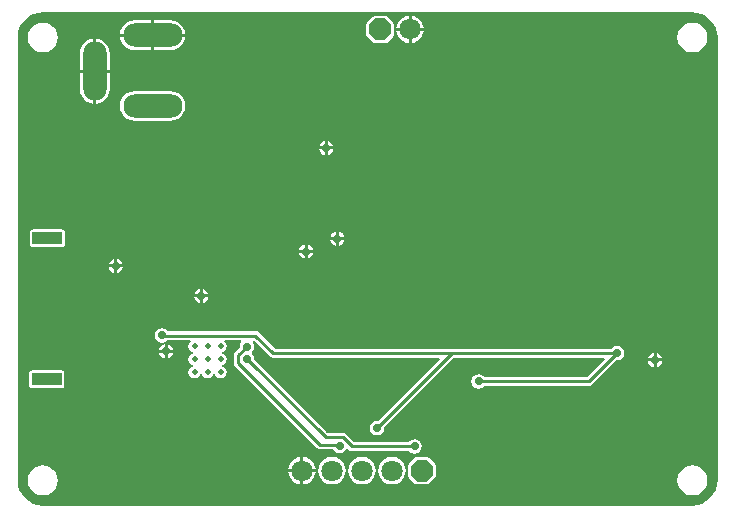
<source format=gbl>
G04 Layer_Physical_Order=2*
G04 Layer_Color=16711680*
%FSLAX43Y43*%
%MOMM*%
G71*
G01*
G75*
%ADD31C,0.250*%
%ADD36C,1.800*%
%ADD37P,1.948X8X202.5*%
%ADD38R,2.500X1.000*%
%ADD39O,5.000X2.000*%
%ADD40O,2.000X5.000*%
%ADD41C,0.700*%
%ADD42C,0.500*%
G36*
X57500Y42132D02*
Y42132D01*
X57505Y42136D01*
X57917Y42095D01*
X58317Y41973D01*
X58687Y41776D01*
X59010Y41510D01*
X59276Y41187D01*
X59473Y40817D01*
X59595Y40417D01*
X59636Y40005D01*
X59632Y40000D01*
X59632D01*
X59639Y39962D01*
Y2538D01*
X59632Y2500D01*
X59632D01*
X59636Y2496D01*
X59595Y2083D01*
X59473Y1683D01*
X59276Y1313D01*
X59010Y990D01*
X58687Y724D01*
X58317Y527D01*
X57917Y405D01*
X57505Y364D01*
X57500Y368D01*
Y368D01*
X57462Y361D01*
X2500D01*
X2485Y358D01*
X2083Y397D01*
X1683Y519D01*
X1313Y716D01*
X990Y982D01*
X724Y1306D01*
X527Y1675D01*
X405Y2076D01*
X364Y2488D01*
X368Y2492D01*
X368D01*
X361Y2530D01*
Y39877D01*
X361Y40000D01*
X361Y40001D01*
X369Y40125D01*
X397Y40417D01*
X519Y40818D01*
X716Y41187D01*
X982Y41511D01*
X1306Y41777D01*
X1675Y41974D01*
X2076Y42096D01*
X2488Y42136D01*
X2492Y42132D01*
Y42132D01*
X2526Y42139D01*
X57462D01*
X57500Y42132D01*
D02*
G37*
%LPC*%
G36*
X12823Y14016D02*
X12714Y13994D01*
X12515Y13860D01*
X12381Y13661D01*
X12359Y13552D01*
X12823D01*
Y14016D01*
D02*
G37*
G36*
X13077D02*
Y13552D01*
X13541D01*
X13519Y13661D01*
X13385Y13860D01*
X13186Y13994D01*
X13077Y14016D01*
D02*
G37*
G36*
X15798Y17998D02*
X15334D01*
X15356Y17889D01*
X15490Y17690D01*
X15689Y17556D01*
X15798Y17534D01*
Y17998D01*
D02*
G37*
G36*
X13541Y13298D02*
X13077D01*
Y12834D01*
X13186Y12856D01*
X13385Y12990D01*
X13519Y13189D01*
X13541Y13298D01*
D02*
G37*
G36*
X54223Y13291D02*
X54114Y13269D01*
X53915Y13135D01*
X53781Y12936D01*
X53759Y12827D01*
X54223D01*
Y13291D01*
D02*
G37*
G36*
X54477D02*
Y12827D01*
X54941D01*
X54919Y12936D01*
X54785Y13135D01*
X54586Y13269D01*
X54477Y13291D01*
D02*
G37*
G36*
X12823Y13298D02*
X12359D01*
X12381Y13189D01*
X12515Y12990D01*
X12714Y12856D01*
X12823Y12834D01*
Y13298D01*
D02*
G37*
G36*
X9266Y20523D02*
X8802D01*
Y20059D01*
X8911Y20081D01*
X9110Y20215D01*
X9244Y20414D01*
X9266Y20523D01*
D02*
G37*
G36*
X8548Y21241D02*
X8439Y21219D01*
X8240Y21085D01*
X8106Y20886D01*
X8084Y20777D01*
X8548D01*
Y21241D01*
D02*
G37*
G36*
X8802D02*
Y20777D01*
X9266D01*
X9244Y20886D01*
X9110Y21085D01*
X8911Y21219D01*
X8802Y21241D01*
D02*
G37*
G36*
X8548Y20523D02*
X8084D01*
X8106Y20414D01*
X8240Y20215D01*
X8439Y20081D01*
X8548Y20059D01*
Y20523D01*
D02*
G37*
G36*
X16516Y17998D02*
X16052D01*
Y17534D01*
X16161Y17556D01*
X16360Y17690D01*
X16494Y17889D01*
X16516Y17998D01*
D02*
G37*
G36*
X15798Y18716D02*
X15689Y18694D01*
X15490Y18560D01*
X15356Y18361D01*
X15334Y18252D01*
X15798D01*
Y18716D01*
D02*
G37*
G36*
X16052D02*
Y18252D01*
X16516D01*
X16494Y18361D01*
X16360Y18560D01*
X16161Y18694D01*
X16052Y18716D01*
D02*
G37*
G36*
X24318Y3198D02*
X23298D01*
X23321Y3024D01*
X23437Y2743D01*
X23622Y2502D01*
X23863Y2317D01*
X24144Y2201D01*
X24318Y2178D01*
Y3198D01*
D02*
G37*
G36*
X25592D02*
X24572D01*
Y2178D01*
X24746Y2201D01*
X25027Y2317D01*
X25268Y2502D01*
X25453Y2743D01*
X25569Y3024D01*
X25592Y3198D01*
D02*
G37*
G36*
X24318Y4472D02*
X24144Y4449D01*
X23863Y4333D01*
X23622Y4148D01*
X23437Y3907D01*
X23321Y3626D01*
X23298Y3452D01*
X24318D01*
Y4472D01*
D02*
G37*
G36*
X35055Y4484D02*
X34155D01*
X34056Y4464D01*
X33972Y4408D01*
X33522Y3958D01*
X33466Y3874D01*
X33446Y3775D01*
Y2875D01*
X33466Y2776D01*
X33522Y2692D01*
X33972Y2242D01*
X34056Y2186D01*
X34155Y2166D01*
X35055D01*
X35154Y2186D01*
X35238Y2242D01*
X35688Y2692D01*
X35744Y2776D01*
X35764Y2875D01*
Y3775D01*
X35744Y3874D01*
X35688Y3958D01*
X35238Y4408D01*
X35154Y4464D01*
X35055Y4484D01*
D02*
G37*
G36*
X26985Y4489D02*
X26684Y4449D01*
X26403Y4333D01*
X26162Y4148D01*
X25977Y3907D01*
X25861Y3626D01*
X25821Y3325D01*
X25861Y3024D01*
X25977Y2743D01*
X26162Y2502D01*
X26403Y2317D01*
X26684Y2201D01*
X26985Y2161D01*
X27286Y2201D01*
X27567Y2317D01*
X27808Y2502D01*
X27993Y2743D01*
X28109Y3024D01*
X28149Y3325D01*
X28109Y3626D01*
X27993Y3907D01*
X27808Y4148D01*
X27567Y4333D01*
X27286Y4449D01*
X26985Y4489D01*
D02*
G37*
G36*
X29525D02*
X29224Y4449D01*
X28943Y4333D01*
X28702Y4148D01*
X28517Y3907D01*
X28401Y3626D01*
X28361Y3325D01*
X28401Y3024D01*
X28517Y2743D01*
X28702Y2502D01*
X28943Y2317D01*
X29224Y2201D01*
X29525Y2161D01*
X29826Y2201D01*
X30107Y2317D01*
X30348Y2502D01*
X30533Y2743D01*
X30649Y3024D01*
X30689Y3325D01*
X30649Y3626D01*
X30533Y3907D01*
X30348Y4148D01*
X30107Y4333D01*
X29826Y4449D01*
X29525Y4489D01*
D02*
G37*
G36*
X32065D02*
X31764Y4449D01*
X31483Y4333D01*
X31242Y4148D01*
X31057Y3907D01*
X30941Y3626D01*
X30901Y3325D01*
X30941Y3024D01*
X31057Y2743D01*
X31242Y2502D01*
X31483Y2317D01*
X31764Y2201D01*
X32065Y2161D01*
X32366Y2201D01*
X32647Y2317D01*
X32888Y2502D01*
X33073Y2743D01*
X33189Y3024D01*
X33229Y3325D01*
X33189Y3626D01*
X33073Y3907D01*
X32888Y4148D01*
X32647Y4333D01*
X32366Y4449D01*
X32065Y4489D01*
D02*
G37*
G36*
X54223Y12573D02*
X53759D01*
X53781Y12464D01*
X53915Y12265D01*
X54114Y12131D01*
X54223Y12109D01*
Y12573D01*
D02*
G37*
G36*
X54941D02*
X54477D01*
Y12109D01*
X54586Y12131D01*
X54785Y12265D01*
X54919Y12464D01*
X54941Y12573D01*
D02*
G37*
G36*
X12600Y15391D02*
X12364Y15344D01*
X12165Y15210D01*
X12031Y15011D01*
X11984Y14775D01*
X12031Y14539D01*
X12165Y14340D01*
X12364Y14206D01*
X12600Y14159D01*
X12836Y14206D01*
X13035Y14340D01*
X13052Y14364D01*
X14983D01*
X15021Y14237D01*
X14987Y14213D01*
X14875Y14047D01*
X14836Y13850D01*
X14875Y13653D01*
X14987Y13487D01*
X15153Y13375D01*
X15206Y13365D01*
Y13235D01*
X15153Y13225D01*
X14987Y13113D01*
X14875Y12947D01*
X14836Y12750D01*
X14875Y12553D01*
X14987Y12387D01*
X15153Y12275D01*
X15206Y12265D01*
Y12135D01*
X15153Y12125D01*
X14987Y12013D01*
X14875Y11847D01*
X14836Y11650D01*
X14875Y11453D01*
X14987Y11287D01*
X15153Y11175D01*
X15350Y11136D01*
X15547Y11175D01*
X15713Y11287D01*
X15825Y11453D01*
X15835Y11506D01*
X15965D01*
X15975Y11453D01*
X16087Y11287D01*
X16253Y11175D01*
X16450Y11136D01*
X16647Y11175D01*
X16813Y11287D01*
X16925Y11453D01*
X16935Y11506D01*
X17065D01*
X17075Y11453D01*
X17187Y11287D01*
X17353Y11175D01*
X17550Y11136D01*
X17747Y11175D01*
X17913Y11287D01*
X18025Y11453D01*
X18064Y11650D01*
X18025Y11847D01*
X17913Y12013D01*
X17747Y12125D01*
X17694Y12135D01*
Y12265D01*
X17747Y12275D01*
X17913Y12387D01*
X18025Y12553D01*
X18064Y12750D01*
X18025Y12947D01*
X17913Y13113D01*
X17747Y13225D01*
X17694Y13235D01*
Y13365D01*
X17747Y13375D01*
X17913Y13487D01*
X18025Y13653D01*
X18064Y13850D01*
X18025Y14047D01*
X17913Y14213D01*
X17879Y14237D01*
X17917Y14364D01*
X19283D01*
X19324Y14237D01*
X19206Y14061D01*
X19159Y13825D01*
X19170Y13772D01*
X18773Y13375D01*
X18689Y13250D01*
X18660Y13102D01*
Y12454D01*
X18689Y12306D01*
X18773Y12181D01*
X25727Y5227D01*
X25852Y5143D01*
X26000Y5114D01*
X27090D01*
X27190Y4965D01*
X27389Y4831D01*
X27625Y4784D01*
X27861Y4831D01*
X28060Y4965D01*
X28183Y5147D01*
X28315Y5195D01*
X28408Y5102D01*
X28408Y5102D01*
X28533Y5018D01*
X28681Y4989D01*
X28681Y4989D01*
X33507D01*
X33540Y4940D01*
X33739Y4806D01*
X33975Y4759D01*
X34211Y4806D01*
X34410Y4940D01*
X34544Y5139D01*
X34591Y5375D01*
X34544Y5611D01*
X34410Y5810D01*
X34211Y5944D01*
X33975Y5991D01*
X33739Y5944D01*
X33540Y5810D01*
X33507Y5761D01*
X28841D01*
X28200Y6402D01*
X28075Y6486D01*
X27927Y6515D01*
X26606D01*
X20379Y12742D01*
X20391Y12800D01*
X20344Y13036D01*
X20210Y13235D01*
X20190Y13249D01*
Y13376D01*
X20210Y13390D01*
X20344Y13589D01*
X20391Y13825D01*
X20344Y14061D01*
X20273Y14166D01*
X20332Y14307D01*
X20386Y14318D01*
X21702Y13002D01*
X21702Y13002D01*
X21827Y12918D01*
X21975Y12889D01*
X21975Y12889D01*
X36051D01*
X36100Y12771D01*
X30858Y7529D01*
X30800Y7541D01*
X30564Y7494D01*
X30365Y7360D01*
X30231Y7161D01*
X30184Y6925D01*
X30231Y6689D01*
X30365Y6490D01*
X30564Y6356D01*
X30800Y6309D01*
X31036Y6356D01*
X31235Y6490D01*
X31369Y6689D01*
X31416Y6925D01*
X31404Y6983D01*
X37310Y12889D01*
X50026D01*
X50075Y12771D01*
X48565Y11261D01*
X39868D01*
X39835Y11310D01*
X39636Y11444D01*
X39400Y11491D01*
X39164Y11444D01*
X38965Y11310D01*
X38831Y11111D01*
X38784Y10875D01*
X38831Y10639D01*
X38965Y10440D01*
X39164Y10306D01*
X39400Y10259D01*
X39636Y10306D01*
X39835Y10440D01*
X39868Y10489D01*
X48725D01*
X48873Y10518D01*
X48998Y10602D01*
X51067Y12671D01*
X51125Y12659D01*
X51361Y12706D01*
X51560Y12840D01*
X51694Y13039D01*
X51741Y13275D01*
X51694Y13511D01*
X51560Y13710D01*
X51361Y13844D01*
X51125Y13891D01*
X50889Y13844D01*
X50690Y13710D01*
X50657Y13661D01*
X37150D01*
X37150Y13661D01*
X37150Y13661D01*
X22135D01*
X20773Y15023D01*
X20648Y15107D01*
X20500Y15136D01*
X13085D01*
X13035Y15210D01*
X12836Y15344D01*
X12600Y15391D01*
D02*
G37*
G36*
X4075Y11809D02*
X1575D01*
X1476Y11789D01*
X1392Y11733D01*
X1336Y11649D01*
X1316Y11550D01*
Y10550D01*
X1336Y10451D01*
X1392Y10367D01*
X1476Y10311D01*
X1575Y10291D01*
X4075D01*
X4174Y10311D01*
X4258Y10367D01*
X4314Y10451D01*
X4334Y10550D01*
Y11550D01*
X4314Y11649D01*
X4258Y11733D01*
X4174Y11789D01*
X4075Y11809D01*
D02*
G37*
G36*
X24572Y4472D02*
Y3452D01*
X25592D01*
X25569Y3626D01*
X25453Y3907D01*
X25268Y4148D01*
X25027Y4333D01*
X24746Y4449D01*
X24572Y4472D01*
D02*
G37*
G36*
X2500Y3768D02*
X2483Y3764D01*
X2466Y3765D01*
X2205Y3731D01*
X2173Y3720D01*
X2140Y3714D01*
X1897Y3613D01*
X1868Y3594D01*
X1838Y3579D01*
X1629Y3419D01*
X1607Y3393D01*
X1581Y3371D01*
X1421Y3162D01*
X1406Y3132D01*
X1387Y3103D01*
X1286Y2860D01*
X1280Y2827D01*
X1269Y2795D01*
X1235Y2534D01*
X1237Y2500D01*
X1235Y2466D01*
X1269Y2205D01*
X1280Y2173D01*
X1286Y2140D01*
X1387Y1897D01*
X1406Y1868D01*
X1421Y1838D01*
X1581Y1629D01*
X1607Y1607D01*
X1629Y1581D01*
X1838Y1421D01*
X1868Y1406D01*
X1897Y1387D01*
X2140Y1286D01*
X2173Y1280D01*
X2205Y1269D01*
X2466Y1235D01*
X2483Y1236D01*
X2500Y1232D01*
X2517Y1236D01*
X2534Y1235D01*
X2795Y1269D01*
X2827Y1280D01*
X2860Y1286D01*
X3103Y1387D01*
X3132Y1406D01*
X3162Y1421D01*
X3371Y1581D01*
X3393Y1607D01*
X3419Y1629D01*
X3579Y1838D01*
X3594Y1868D01*
X3613Y1897D01*
X3714Y2140D01*
X3720Y2173D01*
X3731Y2205D01*
X3765Y2466D01*
X3763Y2500D01*
X3765Y2534D01*
X3731Y2795D01*
X3720Y2827D01*
X3714Y2860D01*
X3613Y3103D01*
X3594Y3132D01*
X3579Y3162D01*
X3419Y3371D01*
X3393Y3393D01*
X3371Y3419D01*
X3162Y3579D01*
X3132Y3594D01*
X3103Y3613D01*
X2860Y3714D01*
X2827Y3720D01*
X2795Y3731D01*
X2534Y3765D01*
X2517Y3764D01*
X2500Y3768D01*
D02*
G37*
G36*
X57500D02*
X57483Y3764D01*
X57466Y3765D01*
X57205Y3731D01*
X57173Y3720D01*
X57140Y3714D01*
X56897Y3613D01*
X56868Y3594D01*
X56838Y3579D01*
X56629Y3419D01*
X56607Y3393D01*
X56581Y3371D01*
X56421Y3162D01*
X56406Y3132D01*
X56387Y3103D01*
X56286Y2860D01*
X56280Y2827D01*
X56269Y2795D01*
X56235Y2534D01*
X56237Y2500D01*
X56235Y2466D01*
X56269Y2205D01*
X56280Y2173D01*
X56286Y2140D01*
X56387Y1897D01*
X56406Y1868D01*
X56421Y1838D01*
X56581Y1629D01*
X56607Y1607D01*
X56629Y1581D01*
X56838Y1421D01*
X56868Y1406D01*
X56897Y1387D01*
X57140Y1286D01*
X57173Y1280D01*
X57205Y1269D01*
X57466Y1235D01*
X57483Y1236D01*
X57500Y1232D01*
X57517Y1236D01*
X57534Y1235D01*
X57795Y1269D01*
X57827Y1280D01*
X57860Y1286D01*
X58103Y1387D01*
X58132Y1406D01*
X58162Y1421D01*
X58371Y1581D01*
X58393Y1607D01*
X58419Y1629D01*
X58579Y1838D01*
X58594Y1868D01*
X58613Y1897D01*
X58714Y2140D01*
X58720Y2173D01*
X58731Y2205D01*
X58765Y2466D01*
X58763Y2500D01*
X58765Y2534D01*
X58731Y2795D01*
X58720Y2827D01*
X58714Y2860D01*
X58613Y3103D01*
X58594Y3132D01*
X58579Y3162D01*
X58419Y3371D01*
X58393Y3393D01*
X58371Y3419D01*
X58162Y3579D01*
X58132Y3594D01*
X58103Y3613D01*
X57860Y3714D01*
X57827Y3720D01*
X57795Y3731D01*
X57534Y3765D01*
X57517Y3764D01*
X57500Y3768D01*
D02*
G37*
G36*
X24673Y21748D02*
X24209D01*
X24231Y21639D01*
X24365Y21440D01*
X24564Y21306D01*
X24673Y21284D01*
Y21748D01*
D02*
G37*
G36*
X14548Y40073D02*
X11927D01*
Y38935D01*
X13300D01*
X13627Y38978D01*
X13932Y39105D01*
X14194Y39306D01*
X14395Y39568D01*
X14522Y39873D01*
X14548Y40073D01*
D02*
G37*
G36*
X31505Y41834D02*
X30605D01*
X30506Y41814D01*
X30422Y41758D01*
X29972Y41308D01*
X29916Y41224D01*
X29896Y41125D01*
Y40225D01*
X29916Y40126D01*
X29972Y40042D01*
X30422Y39592D01*
X30506Y39536D01*
X30605Y39516D01*
X31505D01*
X31604Y39536D01*
X31688Y39592D01*
X32138Y40042D01*
X32194Y40126D01*
X32214Y40225D01*
Y41125D01*
X32194Y41224D01*
X32138Y41308D01*
X31688Y41758D01*
X31604Y41814D01*
X31505Y41834D01*
D02*
G37*
G36*
X33468Y40548D02*
X32448D01*
X32471Y40374D01*
X32587Y40093D01*
X32772Y39852D01*
X33013Y39667D01*
X33294Y39551D01*
X33468Y39528D01*
Y40548D01*
D02*
G37*
G36*
X11673Y40073D02*
X9052D01*
X9078Y39873D01*
X9205Y39568D01*
X9406Y39306D01*
X9668Y39105D01*
X9973Y38978D01*
X10300Y38935D01*
X11673D01*
Y40073D01*
D02*
G37*
G36*
X8165Y37023D02*
X7027D01*
Y34402D01*
X7227Y34428D01*
X7532Y34555D01*
X7794Y34756D01*
X7995Y35018D01*
X8122Y35323D01*
X8165Y35650D01*
Y37023D01*
D02*
G37*
G36*
X6773Y39898D02*
X6573Y39872D01*
X6268Y39745D01*
X6006Y39544D01*
X5805Y39282D01*
X5678Y38977D01*
X5635Y38650D01*
Y37277D01*
X6773D01*
Y39898D01*
D02*
G37*
G36*
X7027D02*
Y37277D01*
X8165D01*
Y38650D01*
X8122Y38977D01*
X7995Y39282D01*
X7794Y39544D01*
X7532Y39745D01*
X7227Y39872D01*
X7027Y39898D01*
D02*
G37*
G36*
X33722Y41822D02*
Y40802D01*
X34742D01*
X34719Y40976D01*
X34603Y41257D01*
X34418Y41498D01*
X34177Y41683D01*
X33896Y41799D01*
X33722Y41822D01*
D02*
G37*
G36*
X2500Y41268D02*
X2483Y41264D01*
X2466Y41265D01*
X2205Y41231D01*
X2173Y41220D01*
X2140Y41214D01*
X1897Y41113D01*
X1868Y41094D01*
X1838Y41079D01*
X1629Y40919D01*
X1607Y40893D01*
X1581Y40871D01*
X1421Y40662D01*
X1406Y40632D01*
X1387Y40603D01*
X1286Y40360D01*
X1280Y40327D01*
X1269Y40295D01*
X1235Y40034D01*
X1237Y40000D01*
X1235Y39966D01*
X1269Y39705D01*
X1280Y39673D01*
X1286Y39640D01*
X1387Y39397D01*
X1406Y39368D01*
X1421Y39338D01*
X1581Y39129D01*
X1607Y39107D01*
X1629Y39081D01*
X1838Y38921D01*
X1868Y38906D01*
X1897Y38887D01*
X2140Y38786D01*
X2173Y38780D01*
X2205Y38769D01*
X2466Y38735D01*
X2483Y38736D01*
X2500Y38732D01*
X2517Y38736D01*
X2534Y38735D01*
X2795Y38769D01*
X2827Y38780D01*
X2860Y38786D01*
X3103Y38887D01*
X3132Y38906D01*
X3162Y38921D01*
X3371Y39081D01*
X3393Y39107D01*
X3419Y39129D01*
X3579Y39338D01*
X3594Y39368D01*
X3613Y39397D01*
X3714Y39640D01*
X3720Y39673D01*
X3731Y39705D01*
X3765Y39966D01*
X3763Y40000D01*
X3765Y40034D01*
X3731Y40295D01*
X3720Y40327D01*
X3714Y40360D01*
X3613Y40603D01*
X3594Y40632D01*
X3579Y40662D01*
X3419Y40871D01*
X3393Y40893D01*
X3371Y40919D01*
X3162Y41079D01*
X3132Y41094D01*
X3103Y41113D01*
X2860Y41214D01*
X2827Y41220D01*
X2795Y41231D01*
X2534Y41265D01*
X2517Y41264D01*
X2500Y41268D01*
D02*
G37*
G36*
X57500D02*
X57483Y41264D01*
X57466Y41265D01*
X57205Y41231D01*
X57173Y41220D01*
X57140Y41214D01*
X56897Y41113D01*
X56868Y41094D01*
X56838Y41079D01*
X56629Y40919D01*
X56607Y40893D01*
X56581Y40871D01*
X56421Y40662D01*
X56406Y40632D01*
X56387Y40603D01*
X56286Y40360D01*
X56280Y40327D01*
X56269Y40295D01*
X56235Y40034D01*
X56237Y40000D01*
X56235Y39966D01*
X56269Y39705D01*
X56280Y39673D01*
X56286Y39640D01*
X56387Y39397D01*
X56406Y39368D01*
X56421Y39338D01*
X56581Y39129D01*
X56607Y39107D01*
X56629Y39081D01*
X56838Y38921D01*
X56868Y38906D01*
X56897Y38887D01*
X57140Y38786D01*
X57173Y38780D01*
X57205Y38769D01*
X57466Y38735D01*
X57483Y38736D01*
X57500Y38732D01*
X57517Y38736D01*
X57534Y38735D01*
X57795Y38769D01*
X57827Y38780D01*
X57860Y38786D01*
X58103Y38887D01*
X58132Y38906D01*
X58162Y38921D01*
X58371Y39081D01*
X58393Y39107D01*
X58419Y39129D01*
X58579Y39338D01*
X58594Y39368D01*
X58613Y39397D01*
X58714Y39640D01*
X58720Y39673D01*
X58731Y39705D01*
X58765Y39966D01*
X58763Y40000D01*
X58765Y40034D01*
X58731Y40295D01*
X58720Y40327D01*
X58714Y40360D01*
X58613Y40603D01*
X58594Y40632D01*
X58579Y40662D01*
X58419Y40871D01*
X58393Y40893D01*
X58371Y40919D01*
X58162Y41079D01*
X58132Y41094D01*
X58103Y41113D01*
X57860Y41214D01*
X57827Y41220D01*
X57795Y41231D01*
X57534Y41265D01*
X57517Y41264D01*
X57500Y41268D01*
D02*
G37*
G36*
X33468Y41822D02*
X33294Y41799D01*
X33013Y41683D01*
X32772Y41498D01*
X32587Y41257D01*
X32471Y40976D01*
X32448Y40802D01*
X33468D01*
Y41822D01*
D02*
G37*
G36*
X34742Y40548D02*
X33722D01*
Y39528D01*
X33896Y39551D01*
X34177Y39667D01*
X34418Y39852D01*
X34603Y40093D01*
X34719Y40374D01*
X34742Y40548D01*
D02*
G37*
G36*
X11673Y41465D02*
X10300D01*
X9973Y41422D01*
X9668Y41295D01*
X9406Y41094D01*
X9205Y40832D01*
X9078Y40527D01*
X9052Y40327D01*
X11673D01*
Y41465D01*
D02*
G37*
G36*
X13300D02*
X11927D01*
Y40327D01*
X14548D01*
X14522Y40527D01*
X14395Y40832D01*
X14194Y41094D01*
X13932Y41295D01*
X13627Y41422D01*
X13300Y41465D01*
D02*
G37*
G36*
X27323Y22848D02*
X26859D01*
X26881Y22739D01*
X27015Y22540D01*
X27214Y22406D01*
X27323Y22384D01*
Y22848D01*
D02*
G37*
G36*
X28041D02*
X27577D01*
Y22384D01*
X27686Y22406D01*
X27885Y22540D01*
X28019Y22739D01*
X28041Y22848D01*
D02*
G37*
G36*
X27323Y23566D02*
X27214Y23544D01*
X27015Y23410D01*
X26881Y23211D01*
X26859Y23102D01*
X27323D01*
Y23566D01*
D02*
G37*
G36*
X4150Y23759D02*
X1650D01*
X1551Y23739D01*
X1467Y23683D01*
X1411Y23599D01*
X1391Y23500D01*
Y22500D01*
X1411Y22401D01*
X1467Y22317D01*
X1551Y22261D01*
X1650Y22241D01*
X4150D01*
X4249Y22261D01*
X4333Y22317D01*
X4389Y22401D01*
X4409Y22500D01*
Y23500D01*
X4389Y23599D01*
X4333Y23683D01*
X4249Y23739D01*
X4150Y23759D01*
D02*
G37*
G36*
X25391Y21748D02*
X24927D01*
Y21284D01*
X25036Y21306D01*
X25235Y21440D01*
X25369Y21639D01*
X25391Y21748D01*
D02*
G37*
G36*
X24673Y22466D02*
X24564Y22444D01*
X24365Y22310D01*
X24231Y22111D01*
X24209Y22002D01*
X24673D01*
Y22466D01*
D02*
G37*
G36*
X24927D02*
Y22002D01*
X25391D01*
X25369Y22111D01*
X25235Y22310D01*
X25036Y22444D01*
X24927Y22466D01*
D02*
G37*
G36*
X26627Y31241D02*
Y30777D01*
X27091D01*
X27069Y30886D01*
X26935Y31085D01*
X26736Y31219D01*
X26627Y31241D01*
D02*
G37*
G36*
X13300Y35465D02*
X10300D01*
X9973Y35422D01*
X9668Y35295D01*
X9406Y35094D01*
X9205Y34832D01*
X9078Y34527D01*
X9035Y34200D01*
X9078Y33873D01*
X9205Y33568D01*
X9406Y33306D01*
X9668Y33105D01*
X9973Y32978D01*
X10300Y32935D01*
X13300D01*
X13627Y32978D01*
X13932Y33105D01*
X14194Y33306D01*
X14395Y33568D01*
X14522Y33873D01*
X14565Y34200D01*
X14522Y34527D01*
X14395Y34832D01*
X14194Y35094D01*
X13932Y35295D01*
X13627Y35422D01*
X13300Y35465D01*
D02*
G37*
G36*
X6773Y37023D02*
X5635D01*
Y35650D01*
X5678Y35323D01*
X5805Y35018D01*
X6006Y34756D01*
X6268Y34555D01*
X6573Y34428D01*
X6773Y34402D01*
Y37023D01*
D02*
G37*
G36*
X26373Y31241D02*
X26264Y31219D01*
X26065Y31085D01*
X25931Y30886D01*
X25909Y30777D01*
X26373D01*
Y31241D01*
D02*
G37*
G36*
X27577Y23566D02*
Y23102D01*
X28041D01*
X28019Y23211D01*
X27885Y23410D01*
X27686Y23544D01*
X27577Y23566D01*
D02*
G37*
G36*
X26373Y30523D02*
X25909D01*
X25931Y30414D01*
X26065Y30215D01*
X26264Y30081D01*
X26373Y30059D01*
Y30523D01*
D02*
G37*
G36*
X27091D02*
X26627D01*
Y30059D01*
X26736Y30081D01*
X26935Y30215D01*
X27069Y30414D01*
X27091Y30523D01*
D02*
G37*
%LPD*%
D31*
X12600Y14750D02*
X20500D01*
X37150Y13275D02*
X51125D01*
X21975D02*
X37150D01*
X20500Y14750D02*
X21975Y13275D01*
X19775Y12800D02*
X26446Y6129D01*
X19046Y12454D02*
Y13102D01*
Y12454D02*
X26000Y5500D01*
X19769Y13825D02*
X19775D01*
X30800Y6925D02*
X37150Y13275D01*
X48725Y10875D02*
X51125Y13275D01*
X39400Y10875D02*
X48725D01*
X27525Y5500D02*
X27625Y5400D01*
X26000Y5500D02*
X27525D01*
X19046Y13102D02*
X19769Y13825D01*
X28681Y5375D02*
X33975D01*
X27927Y6129D02*
X28681Y5375D01*
X26446Y6129D02*
X27927D01*
D36*
X26985Y3325D02*
D03*
X29525D02*
D03*
X32065D02*
D03*
X24445D02*
D03*
X33595Y40675D02*
D03*
D37*
X34605Y3325D02*
D03*
X31055Y40675D02*
D03*
D38*
X2900Y23000D02*
D03*
X2825Y11050D02*
D03*
D39*
X11800Y34200D02*
D03*
Y40200D02*
D03*
D40*
X6900Y37150D02*
D03*
D41*
X12600Y14775D02*
D03*
X12950Y13425D02*
D03*
X15925Y18125D02*
D03*
X54350Y12700D02*
D03*
X26500Y30650D02*
D03*
X27450Y22975D02*
D03*
X24800Y21875D02*
D03*
X8675Y20650D02*
D03*
X19775Y12800D02*
D03*
Y13825D02*
D03*
X33975Y5375D02*
D03*
X27625Y5400D02*
D03*
X39400Y10875D02*
D03*
X30800Y6925D02*
D03*
X51125Y13275D02*
D03*
D42*
X17550Y13850D02*
D03*
Y12750D02*
D03*
Y11650D02*
D03*
X16450Y13850D02*
D03*
Y12750D02*
D03*
Y11650D02*
D03*
X15350Y13850D02*
D03*
Y12750D02*
D03*
Y11650D02*
D03*
M02*

</source>
